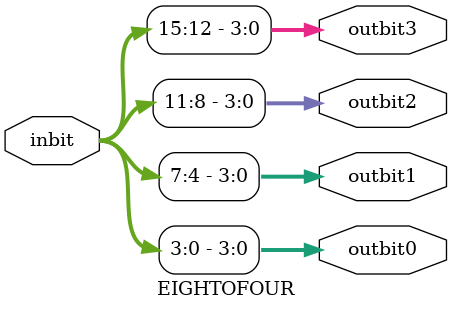
<source format=sv>
`timescale 1ns / 1ps

module EIGHTOFOUR(
    input logic [15:0] inbit,
    output logic [3:0] outbit0,
    output logic [3:0] outbit1,
    output logic [3:0] outbit2,
    output logic [3:0] outbit3
    );
    
    always_comb begin
        outbit0 = inbit[3:0];
        outbit1 = inbit[7:4];
        outbit2 = inbit[11:8];
        outbit3 = inbit[15:12];
       
    end
endmodule


</source>
